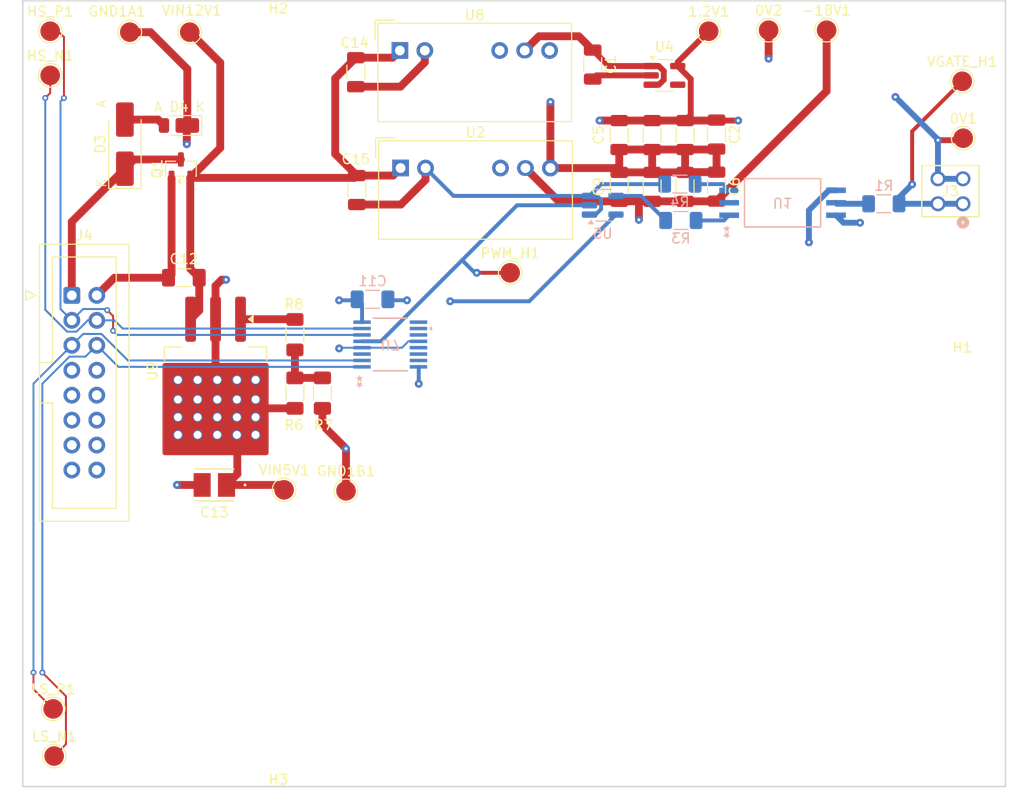
<source format=kicad_pcb>
(kicad_pcb (version 20241229) (generator "pcbnew") (generator_version "9.0")
  (layers (0 "F.Cu" signal) (4 "In1.Cu" signal) (6 "In2.Cu" signal) (2 "B.Cu" signal) (13 "F.Paste" user) (15 "B.Paste" user) (5 "F.SilkS" user "F.Silkscreen") (7 "B.SilkS" user "B.Silkscreen") (1 "F.Mask" user) (3 "B.Mask" user) (25 "Edge.Cuts" user))
  (net 0 "")
  (net 1 "/Gate_Driver/0V")
  (net 2 "Net-(U4-EN)")
  (net 3 "/Gate_Driver/1.2V")
  (net 4 "/Gate_Driver/-18V")
  (net 5 "GND1")
  (net 6 "/Gate_Driver/VIN5V")
  (net 7 "/Gate_Driver/VIN12V")
  (net 8 "Net-(D3-A)")
  (net 9 "+12V")
  (net 10 "/Gate_Driver/VGATE_H")
  (net 14 "/Gate_Driver/HS_N")
  (net 15 "/Gate_Driver/LS_N")
  (net 17 "/Gate_Driver/LS_P")
  (net 19 "/Gate_Driver/HS_P")
  (net 22 "Net-(U1-VOUT)")
  (net 23 "Net-(U5-Y)")
  (net 24 "Net-(U1-ANODE)")
  (net 25 "Net-(U1-CATHODE)")
  (net 26 "Net-(R6-Pad2)")
  (net 27 "Net-(U9-ADJ)")
  (net 28 "/Gate_Driver/PWM_H")
  (net 36 "/Gate_Driver/PWM_L")
  (footprint "Gate_Driver:CON4_2X2_TU_SSQ" (layer "F.Cu") (at 160.4 81.3)
    (property "Reference" "J3" (at 0 0 0) (layer "F.SilkS"))
    (property "Value" "SSW-102-01-G-D")
    (pad "1" thru_hole circle (at 1.27 1.27 90) (size 1.524 1.524) (drill 1.016) (layers "*.Cu" "*.Mask") (net 10 "/Gate_Driver/VGATE_H"))
    (pad "2" thru_hole circle (at 1.27 -1.27 90) (size 1.524 1.524) (drill 1.016) (layers "*.Cu" "*.Mask") (net 1 "/Gate_Driver/0V"))
    (pad "3" thru_hole circle (at -1.27 1.27 90) (size 1.524 1.524) (drill 1.016) (layers "*.Cu" "*.Mask") (net 10 "/Gate_Driver/VGATE_H"))
    (pad "4" thru_hole circle (at -1.27 -1.27 90) (size 1.524 1.524) (drill 1.016) (layers "*.Cu" "*.Mask") (net 1 "/Gate_Driver/0V"))
  )
  (footprint "TestPoint:TestPoint_Pad_D2.0mm" (layer "F.Cu") (at 141.9 64.9)
    (property "Reference" "0V2" (at 0 -1.998 0) (layer "F.SilkS"))
    (property "Value" "TestPoint")
    (pad "1" smd circle (at 0 0) (size 2 2) (layers "F.Cu" "F.Mask") (net 1 "/Gate_Driver/0V"))
  )
  (footprint "TestPoint:TestPoint_Pad_D2.0mm" (layer "F.Cu") (at 68.8 69.5)
    (property "Reference" "HS_N1" (at 0 -1.998 0) (layer "F.SilkS"))
    (property "Value" "HS_N")
    (pad "1" smd circle (at 0 0) (size 2 2) (layers "F.Cu" "F.Mask") (net 14 "/Gate_Driver/HS_N"))
  )
  (footprint "Capacitor_SMD:C_1206_3216Metric" (layer "F.Cu") (at 130.05 80.85 -90)
    (property "Reference" "C8" (hide yes))
    (property "Value" "1u")
    (pad "1" smd roundrect (at -1.475 0 270) (size 1.15 1.8) (layers "F.Cu" "F.Mask" "F.Paste") (roundrect_rratio 0.217391) (net 1 "/Gate_Driver/0V"))
    (pad "2" smd roundrect (at 1.475 0 270) (size 1.15 1.8) (layers "F.Cu" "F.Mask" "F.Paste") (roundrect_rratio 0.217391) (net 4 "/Gate_Driver/-18V"))
  )
  (footprint "TestPoint:TestPoint_Pad_D2.0mm" (layer "F.Cu") (at 135.8 65)
    (property "Reference" "1.2V1" (at 0 -1.998 0) (layer "F.SilkS"))
    (property "Value" "TestPoint")
    (pad "1" smd circle (at 0 0) (size 2 2) (layers "F.Cu" "F.Mask") (net 3 "/Gate_Driver/1.2V"))
  )
  (footprint "Package_TO_SOT_SMD:TO-263-3_TabPin2" (layer "F.Cu") (at 85.625 101.975 -90)
    (property "Reference" "U9" (at -2.375 6.425 90) (layer "F.SilkS"))
    (property "Value" "LT1086-ADJ")
    (pad "1" smd roundrect (at -7.65 -2.54 270) (size 4.6 1.1) (layers "F.Cu" "F.Mask" "F.Paste") (roundrect_rratio 0.227273) (net 27 "Net-(U9-ADJ)"))
    (pad "2" smd roundrect (at -7.65 0 270) (size 4.6 1.1) (layers "F.Cu" "F.Mask" "F.Paste") (roundrect_rratio 0.227273) (net 6 "/Gate_Driver/VIN5V"))
    (pad "2" smd roundrect (at 1.5 0 270) (size 9.4 10.8) (layers "F.Cu" "F.Mask") (roundrect_rratio 0.026596) (net 6 "/Gate_Driver/VIN5V"))
    (pad "3" smd roundrect (at -7.65 2.54 270) (size 4.6 1.1) (layers "F.Cu" "F.Mask" "F.Paste") (roundrect_rratio 0.227273) (net 7 "/Gate_Driver/VIN12V"))
  )
  (footprint "Converter_DCDC:Converter_DCDC_Murata_MGJ2DxxxxxxSC_THT" (layer "F.Cu") (at 104.3775 66.9675)
    (property "Reference" "U8" (at 7.62 -3.61 0) (layer "F.SilkS"))
    (property "Value" "MGJ2D121802SC")
    (pad "1" thru_hole rect (at 0 0) (size 1.7 1.7) (drill 1) (layers "*.Cu" "*.Mask") (net 7 "/Gate_Driver/VIN12V"))
    (pad "2" thru_hole oval (at 2.54 0) (size 1.7 1.7) (drill 1) (layers "*.Cu" "*.Mask") (net 5 "GND1"))
    (pad "5" thru_hole oval (at 10.16 0) (size 1.7 1.7) (drill 1) (layers "*.Cu" "*.Mask") (net 1 "/Gate_Driver/0V"))
    (pad "6" thru_hole oval (at 12.7 0) (size 1.7 1.6) (drill 1) (layers "*.Cu" "*.Mask") (net 2 "Net-(U4-EN)"))
    (pad "7" thru_hole oval (at 15.24 0) (size 1.7 1.7) (drill 1) (layers "*.Cu" "*.Mask"))
  )
  (footprint "Capacitor_SMD:C_1206_3216Metric_Pad1.33x1.80mm_HandSolder" (layer "F.Cu") (at 82.4 90.1 180)
    (property "Reference" "C12" (at 0 1.9 0) (layer "F.SilkS"))
    (property "Value" "10u")
    (pad "1" smd roundrect (at -1.5625 0 180) (size 1.325 1.8) (layers "F.Cu" "F.Mask" "F.Paste") (roundrect_rratio 0.188679) (net 7 "/Gate_Driver/VIN12V"))
    (pad "2" smd roundrect (at 1.5625 0 180) (size 1.325 1.8) (layers "F.Cu" "F.Mask" "F.Paste") (roundrect_rratio 0.188679) (net 5 "GND1"))
  )
  (footprint "TestPoint:TestPoint_Pad_D2.0mm" (layer "F.Cu") (at 68.8 65)
    (property "Reference" "HS_P1" (at 0 -1.998 0) (layer "F.SilkS"))
    (property "Value" "HS_P")
    (pad "1" smd circle (at 0 0) (size 2 2) (layers "F.Cu" "F.Mask") (net 19 "/Gate_Driver/HS_P"))
  )
  (footprint "TestPoint:TestPoint_Pad_D2.0mm" (layer "F.Cu") (at 161.7 75.9)
    (property "Reference" "0V1" (at 0 -1.998 0) (layer "F.SilkS"))
    (property "Value" "TestPoint")
    (pad "1" smd circle (at 0 0) (size 2 2) (layers "F.Cu" "F.Mask") (net 1 "/Gate_Driver/0V"))
  )
  (footprint "TestPoint:TestPoint_Pad_D2.0mm" (layer "F.Cu") (at 92.6 111.7)
    (property "Reference" "VIN5V1" (at 0 -1.998 0) (layer "F.SilkS"))
    (property "Value" "TestPoint")
    (pad "1" smd circle (at 0 0) (size 2 2) (layers "F.Cu" "F.Mask") (net 6 "/Gate_Driver/VIN5V"))
  )
  (footprint "Capacitor_SMD:C_1206_3216Metric" (layer "F.Cu") (at 133.4 80.85 -90)
    (property "Reference" "C7" (hide yes))
    (property "Value" "1u")
    (pad "1" smd roundrect (at -1.475 0 270) (size 1.15 1.8) (layers "F.Cu" "F.Mask" "F.Paste") (roundrect_rratio 0.217391) (net 1 "/Gate_Driver/0V"))
    (pad "2" smd roundrect (at 1.475 0 270) (size 1.15 1.8) (layers "F.Cu" "F.Mask" "F.Paste") (roundrect_rratio 0.217391) (net 4 "/Gate_Driver/-18V"))
  )
  (footprint "Resistor_SMD:R_1206_3216Metric_Pad1.30x1.75mm_HandSolder" (layer "F.Cu") (at 93.7 95.9 -90)
    (property "Reference" "R8" (at -3.1 0.1 180) (layer "F.SilkS"))
    (property "Value" "0")
    (pad "1" smd roundrect (at -1.55 0 270) (size 1.3 1.75) (layers "F.Cu" "F.Mask" "F.Paste") (roundrect_rratio 0.192308) (net 27 "Net-(U9-ADJ)"))
    (pad "2" smd roundrect (at 1.55 0 270) (size 1.3 1.75) (layers "F.Cu" "F.Mask" "F.Paste") (roundrect_rratio 0.192308) (net 26 "Net-(R6-Pad2)"))
  )
  (footprint "Capacitor_SMD:C_1206_3216Metric" (layer "F.Cu") (at 126.7 80.85 -90)
    (property "Reference" "C9" (at 0 2.1 90) (layer "F.SilkS"))
    (property "Value" "1u")
    (pad "1" smd roundrect (at -1.475 0 270) (size 1.15 1.8) (layers "F.Cu" "F.Mask" "F.Paste") (roundrect_rratio 0.217391) (net 1 "/Gate_Driver/0V"))
    (pad "2" smd roundrect (at 1.475 0 270) (size 1.15 1.8) (layers "F.Cu" "F.Mask" "F.Paste") (roundrect_rratio 0.217391) (net 4 "/Gate_Driver/-18V"))
  )
  (footprint "Capacitor_SMD:C_1206_3216Metric" (layer "F.Cu") (at 126.7 75.575 -90)
    (property "Reference" "C5" (at 0 2.1 90) (layer "F.SilkS"))
    (property "Value" "1u")
    (pad "1" smd roundrect (at -1.475 0 270) (size 1.15 1.8) (layers "F.Cu" "F.Mask" "F.Paste") (roundrect_rratio 0.217391) (net 3 "/Gate_Driver/1.2V"))
    (pad "2" smd roundrect (at 1.475 0 270) (size 1.15 1.8) (layers "F.Cu" "F.Mask" "F.Paste") (roundrect_rratio 0.217391) (net 1 "/Gate_Driver/0V"))
  )
  (footprint "Capacitor_SMD:C_1206_3216Metric" (layer "F.Cu") (at 136.6 80.825 -90)
    (property "Reference" "C6" (at 0 -1.85 90) (layer "F.SilkS"))
    (property "Value" "1u")
    (pad "1" smd roundrect (at -1.475 0 270) (size 1.15 1.8) (layers "F.Cu" "F.Mask" "F.Paste") (roundrect_rratio 0.217391) (net 1 "/Gate_Driver/0V"))
    (pad "2" smd roundrect (at 1.475 0 270) (size 1.15 1.8) (layers "F.Cu" "F.Mask" "F.Paste") (roundrect_rratio 0.217391) (net 4 "/Gate_Driver/-18V"))
  )
  (footprint "MountingHole:MountingHole_4.3mm_M4_DIN965" (layer "F.Cu") (at 92 136.5)
    (property "Reference" "H3" (at 0 4.7 0) (layer "F.SilkS"))
    (property "Value" "MountingHole")
    (pad "" np_thru_hole circle (at 0 0) (size 4.3 4.3) (drill 4.3) (layers "*.Cu" "*.Mask"))
  )
  (footprint "TestPoint:TestPoint_Pad_D2.0mm" (layer "F.Cu") (at 115.6 89.6)
    (property "Reference" "PWM_H1" (at 0 -1.998 0) (layer "F.SilkS"))
    (property "Value" "TestPoint")
    (pad "1" smd circle (at 0 0) (size 2 2) (layers "F.Cu" "F.Mask") (net 28 "/Gate_Driver/PWM_H"))
  )
  (footprint "Converter_DCDC:Converter_DCDC_Murata_MGJ2DxxxxxxSC_THT" (layer "F.Cu") (at 104.455 78.935)
    (property "Reference" "U2" (at 7.62 -3.61 0) (layer "F.SilkS"))
    (property "Value" "MGJ2D121802SC")
    (pad "1" thru_hole rect (at 0 0) (size 1.7 1.7) (drill 1) (layers "*.Cu" "*.Mask") (net 7 "/Gate_Driver/VIN12V"))
    (pad "2" thru_hole oval (at 2.54 0) (size 1.7 1.7) (drill 1) (layers "*.Cu" "*.Mask") (net 5 "GND1"))
    (pad "5" thru_hole oval (at 10.16 0) (size 1.7 1.7) (drill 1) (layers "*.Cu" "*.Mask"))
    (pad "6" thru_hole oval (at 12.7 0) (size 1.7 1.6) (drill 1) (layers "*.Cu" "*.Mask") (net 4 "/Gate_Driver/-18V"))
    (pad "7" thru_hole oval (at 15.24 0) (size 1.7 1.7) (drill 1) (layers "*.Cu" "*.Mask") (net 1 "/Gate_Driver/0V"))
  )
  (footprint "TestPoint:TestPoint_Pad_D2.0mm" (layer "F.Cu") (at 76.9 65.1)
    (property "Reference" "GND1A1" (at -1.3 -2.1 0) (layer "F.SilkS"))
    (property "Value" "TestPoint")
    (pad "1" smd circle (at 0 0) (size 2 2) (layers "F.Cu" "F.Mask") (net 5 "GND1"))
  )
  (footprint "Capacitor_SMD:C_1206_3216Metric" (layer "F.Cu") (at 133.4 75.575 -90)
    (property "Reference" "C3" (hide yes))
    (property "Value" "1u")
    (pad "1" smd roundrect (at -1.475 0 270) (size 1.15 1.8) (layers "F.Cu" "F.Mask" "F.Paste") (roundrect_rratio 0.217391) (net 3 "/Gate_Driver/1.2V"))
    (pad "2" smd roundrect (at 1.475 0 270) (size 1.15 1.8) (layers "F.Cu" "F.Mask" "F.Paste") (roundrect_rratio 0.217391) (net 1 "/Gate_Driver/0V"))
  )
  (footprint "Capacitor_SMD:C_1206_3216Metric" (layer "F.Cu") (at 130.05 75.575 -90)
    (property "Reference" "C4" (hide yes))
    (property "Value" "1u")
    (pad "1" smd roundrect (at -1.475 0 270) (size 1.15 1.8) (layers "F.Cu" "F.Mask" "F.Paste") (roundrect_rratio 0.217391) (net 3 "/Gate_Driver/1.2V"))
    (pad "2" smd roundrect (at 1.475 0 270) (size 1.15 1.8) (layers "F.Cu" "F.Mask" "F.Paste") (roundrect_rratio 0.217391) (net 1 "/Gate_Driver/0V"))
  )
  (footprint "TestPoint:TestPoint_Pad_D2.0mm" (layer "F.Cu") (at 69.1 134)
    (property "Reference" "LS_P1" (at 0 -1.998 0) (layer "F.SilkS"))
    (property "Value" "LS_P")
    (pad "1" smd circle (at 0 0) (size 2 2) (layers "F.Cu" "F.Mask") (net 17 "/Gate_Driver/LS_P"))
  )
  (footprint "Package_TO_SOT_SMD:SOT-23" (layer "F.Cu") (at 82.1 79 90)
    (property "Reference" "Q1" (at 0 -2.4 90) (layer "F.SilkS"))
    (property "Value" "DMP3099L")
    (pad "1" smd roundrect (at -0.9375 -0.95 90) (size 1.475 0.6) (layers "F.Cu" "F.Mask" "F.Paste") (net 5 "GND1"))
    (pad "2" smd roundrect (at -0.9375 0.95 90) (size 1.475 0.6) (layers "F.Cu" "F.Mask" "F.Paste") (net 7 "/Gate_Driver/VIN12V"))
    (pad "3" smd roundrect (at 0.9375 0 90) (size 1.475 0.6) (layers "F.Cu" "F.Mask" "F.Paste") (net 9 "+12V"))
  )
  (footprint "Package_TO_SOT_SMD:SOT-23-5_HandSoldering" (layer "F.Cu") (at 131.3 69.5)
    (property "Reference" "U4" (at 0 -2.9 0) (layer "F.SilkS"))
    (property "Value" "LDK130-12_SOT23_SOT353")
    (pad "1" smd roundrect (at -1.35 -0.95) (size 1.56 0.65) (layers "F.Cu" "F.Mask" "F.Paste") (net 2 "Net-(U4-EN)"))
    (pad "2" smd roundrect (at -1.35 0) (size 1.56 0.65) (layers "F.Cu" "F.Mask" "F.Paste") (net 1 "/Gate_Driver/0V"))
    (pad "3" smd roundrect (at -1.35 0.95) (size 1.56 0.65) (layers "F.Cu" "F.Mask" "F.Paste") (net 2 "Net-(U4-EN)"))
    (pad "4" smd roundrect (at 1.35 0.95) (size 1.56 0.65) (layers "F.Cu" "F.Mask" "F.Paste"))
    (pad "5" smd roundrect (at 1.35 -0.95) (size 1.56 0.65) (layers "F.Cu" "F.Mask" "F.Paste") (net 3 "/Gate_Driver/1.2V"))
  )
  (footprint "TestPoint:TestPoint_Pad_D2.0mm" (layer "F.Cu") (at 147.8 64.9)
    (property "Reference" "-18V1" (at 0 -1.998 0) (layer "F.SilkS"))
    (property "Value" "TestPoint")
    (pad "1" smd circle (at 0 0) (size 2 2) (layers "F.Cu" "F.Mask") (net 4 "/Gate_Driver/-18V"))
  )
  (footprint "Diode_SMD:D_PowerDI-123" (layer "F.Cu") (at 81.9 74.6 180)
    (property "Reference" "D4" (at 0 1.9 0) (layer "F.SilkS"))
    (property "Value" "D_Schottky")
    (pad "1" smd roundrect (at -0.85 0) (size 2.4 1.5) (layers "F.Cu" "F.Mask" "F.Paste") (roundrect_rratio 0.1666666667) (net 5 "GND1"))
    (pad "2" smd roundrect (at 1.525 0) (size 1.05 1.5) (layers "F.Cu" "F.Mask" "F.Paste") (roundrect_rratio 0.2380952381) (net 8 "Net-(D3-A)"))
  )
  (footprint "Resistor_SMD:R_1206_3216Metric_Pad1.30x1.75mm_HandSolder" (layer "F.Cu") (at 96.5 101.85 -90)
    (property "Reference" "R7" (at 3.25 -0.1 180) (layer "F.SilkS"))
    (property "Value" "365")
    (pad "1" smd roundrect (at -1.55 0 270) (size 1.3 1.75) (layers "F.Cu" "F.Mask" "F.Paste") (roundrect_rratio 0.192308) (net 26 "Net-(R6-Pad2)"))
    (pad "2" smd roundrect (at 1.55 0 270) (size 1.3 1.75) (layers "F.Cu" "F.Mask" "F.Paste") (roundrect_rratio 0.192308) (net 5 "GND1"))
  )
  (footprint "TestPoint:TestPoint_Pad_D2.0mm" (layer "F.Cu") (at 83 65.1)
    (property "Reference" "VIN12V1" (at 0.2 -2.2 0) (layer "F.SilkS"))
    (property "Value" "TestPoint")
    (pad "1" smd circle (at 0 0) (size 2 2) (layers "F.Cu" "F.Mask") (net 7 "/Gate_Driver/VIN12V"))
  )
  (footprint "Resistor_SMD:R_1206_3216Metric_Pad1.30x1.75mm_HandSolder" (layer "F.Cu") (at 93.7 101.85 90)
    (property "Reference" "R6" (at -3.25 -0.1 180) (layer "F.SilkS"))
    (property "Value" "121")
    (pad "1" smd roundrect (at -1.55 0 90) (size 1.3 1.75) (layers "F.Cu" "F.Mask" "F.Paste") (roundrect_rratio 0.192308) (net 6 "/Gate_Driver/VIN5V"))
    (pad "2" smd roundrect (at 1.55 0 90) (size 1.3 1.75) (layers "F.Cu" "F.Mask" "F.Paste") (roundrect_rratio 0.192308) (net 26 "Net-(R6-Pad2)"))
  )
  (footprint "Capacitor_SMD:C_1206_3216Metric" (layer "F.Cu") (at 124 68.4 -90)
    (property "Reference" "C1" (at 0 -1.85 90) (layer "F.SilkS"))
    (property "Value" "1u")
    (pad "1" smd roundrect (at -1.475 0 270) (size 1.15 1.8) (layers "F.Cu" "F.Mask" "F.Paste") (roundrect_rratio 0.217391) (net 2 "Net-(U4-EN)"))
    (pad "2" smd roundrect (at 1.475 0 270) (size 1.15 1.8) (layers "F.Cu" "F.Mask" "F.Paste") (roundrect_rratio 0.217391) (net 1 "/Gate_Driver/0V"))
  )
  (footprint "Capacitor_SMD:C_1206_3216Metric" (layer "F.Cu") (at 100 81.175 -90)
    (property "Reference" "C15" (at -3.15 0.1 180) (layer "F.SilkS"))
    (property "Value" "10u")
    (pad "1" smd roundrect (at -1.475 0 270) (size 1.15 1.8) (layers "F.Cu" "F.Mask" "F.Paste") (roundrect_rratio 0.217391) (net 7 "/Gate_Driver/VIN12V"))
    (pad "2" smd roundrect (at 1.475 0 270) (size 1.15 1.8) (layers "F.Cu" "F.Mask" "F.Paste") (roundrect_rratio 0.217391) (net 5 "GND1"))
  )
  (footprint "MountingHole:MountingHole_4.3mm_M4_DIN965" (layer "F.Cu") (at 92 67.4)
    (property "Reference" "H2" (at 0 -4.7 0) (layer "F.SilkS"))
    (property "Value" "MountingHole")
    (pad "" np_thru_hole circle (at 0 0) (size 4.3 4.3) (drill 4.3) (layers "*.Cu" "*.Mask"))
  )
  (footprint "TestPoint:TestPoint_Pad_D2.0mm" (layer "F.Cu") (at 98.9 111.8)
    (property "Reference" "GND1B1" (at 0 -1.998 0) (layer "F.SilkS"))
    (property "Value" "TestPoint")
    (pad "1" smd circle (at 0 0) (size 2 2) (layers "F.Cu" "F.Mask") (net 5 "GND1"))
  )
  (footprint "Capacitor_SMD:C_1206_3216Metric" (layer "F.Cu") (at 99.9 69.175 -90)
    (property "Reference" "C14" (at -3 0.1 180) (layer "F.SilkS"))
    (property "Value" "10u")
    (pad "1" smd roundrect (at -1.475 0 270) (size 1.15 1.8) (layers "F.Cu" "F.Mask" "F.Paste") (roundrect_rratio 0.217391) (net 7 "/Gate_Driver/VIN12V"))
    (pad "2" smd roundrect (at 1.475 0 270) (size 1.15 1.8) (layers "F.Cu" "F.Mask" "F.Paste") (roundrect_rratio 0.217391) (net 5 "GND1"))
  )
  (footprint "Diode_SMD:D_SMA_Handsoldering" (layer "F.Cu") (at 76.4 76.5 90)
    (property "Reference" "D3" (at 0 -2.5 90) (layer "F.SilkS"))
    (property "Value" "Z1SMAxxx")
    (pad "1" smd roundrect (at -2.5 0 90) (size 3.5 1.8) (layers "F.Cu" "F.Mask" "F.Paste") (roundrect_rratio 0.1388888889) (net 9 "+12V"))
    (pad "2" smd roundrect (at 2.5 0 90) (size 3.5 1.8) (layers "F.Cu" "F.Mask" "F.Paste") (roundrect_rratio 0.1388888889) (net 8 "Net-(D3-A)"))
  )
  (footprint "TestPoint:TestPoint_Pad_D2.0mm" (layer "F.Cu") (at 161.6 70.1)
    (property "Reference" "VGATE_H1" (at 0 -1.998 0) (layer "F.SilkS"))
    (property "Value" "TestPoint")
    (pad "1" smd circle (at 0 0) (size 2 2) (layers "F.Cu" "F.Mask") (net 10 "/Gate_Driver/VGATE_H"))
  )
  (footprint "Connector_IDC:IDC-Header_2x08_P2.54mm_Vertical" (layer "F.Cu") (at 71 91.9)
    (property "Reference" "J4" (at 1.27 -6.1 0) (layer "F.SilkS"))
    (property "Value" "Conn_02x08_Odd_Even")
    (pad "1" thru_hole roundrect (at 0 0) (size 1.7 1.7) (drill 1) (layers "*.Cu" "*.Mask") (roundrect_rratio 0.147059) (net 9 "+12V"))
    (pad "2" thru_hole circle (at 2.54 0) (size 1.7 1.7) (drill 1) (layers "*.Cu" "*.Mask") (net 5 "GND1"))
    (pad "3" thru_hole circle (at 0 2.54) (size 1.7 1.7) (drill 1) (layers "*.Cu" "*.Mask") (net 19 "/Gate_Driver/HS_P"))
    (pad "4" thru_hole circle (at 2.54 2.54) (size 1.7 1.7) (drill 1) (layers "*.Cu" "*.Mask") (net 14 "/Gate_Driver/HS_N"))
    (pad "5" thru_hole circle (at 0 5.08) (size 1.7 1.7) (drill 1) (layers "*.Cu" "*.Mask") (net 17 "/Gate_Driver/LS_P"))
    (pad "6" thru_hole circle (at 2.54 5.08) (size 1.7 1.7) (drill 1) (layers "*.Cu" "*.Mask") (net 15 "/Gate_Driver/LS_N"))
    (pad "7" thru_hole circle (at 0 7.62) (size 1.7 1.7) (drill 1) (layers "*.Cu" "*.Mask"))
    (pad "8" thru_hole circle (at 2.54 7.62) (size 1.7 1.7) (drill 1) (layers "*.Cu" "*.Mask"))
    (pad "9" thru_hole circle (at 0 10.16) (size 1.7 1.7) (drill 1) (layers "*.Cu" "*.Mask"))
    (pad "10" thru_hole circle (at 2.54 10.16) (size 1.7 1.7) (drill 1) (layers "*.Cu" "*.Mask"))
    (pad "11" thru_hole circle (at 0 12.7) (size 1.7 1.7) (drill 1) (layers "*.Cu" "*.Mask"))
    (pad "12" thru_hole circle (at 2.54 12.7) (size 1.7 1.7) (drill 1) (layers "*.Cu" "*.Mask") (net 5 "GND1"))
    (pad "13" thru_hole circle (at 0 15.24) (size 1.7 1.7) (drill 1) (layers "*.Cu" "*.Mask"))
    (pad "14" thru_hole circle (at 2.54 15.24) (size 1.7 1.7) (drill 1) (layers "*.Cu" "*.Mask") (net 5 "GND1"))
    (pad "15" thru_hole circle (at 0 17.78) (size 1.7 1.7) (drill 1) (layers "*.Cu" "*.Mask"))
    (pad "16" thru_hole circle (at 2.54 17.78) (size 1.7 1.7) (drill 1) (layers "*.Cu" "*.Mask") (net 5 "GND1"))
  )
  (footprint "Gate_Driver:TAJB_AVX-M" (layer "F.Cu") (at 85.5 111.2 180)
    (property "Reference" "C13" (at 0 -2.8 0) (layer "F.SilkS"))
    (property "Value" "10u")
    (pad "1" smd rect (at -1.239063 0 270) (size 2.413 1.738275) (layers "F.Cu" "F.Mask" "F.Paste") (net 6 "/Gate_Driver/VIN5V"))
    (pad "2" smd rect (at 1.239063 0 270) (size 2.413 1.738275) (layers "F.Cu" "F.Mask" "F.Paste") (net 5 "GND1"))
  )
  (footprint "TestPoint:TestPoint_Pad_D2.0mm" (layer "F.Cu") (at 69.2 138.8)
    (property "Reference" "LS_N1" (at 0 -1.998 0) (layer "F.SilkS"))
    (property "Value" "LS_N")
    (pad "1" smd circle (at 0 0) (size 2 2) (layers "F.Cu" "F.Mask") (net 15 "/Gate_Driver/LS_N"))
  )
  (footprint "MountingHole:MountingHole_4.3mm_M4_DIN965" (layer "F.Cu") (at 161.6 101.9)
    (property "Reference" "H1" (at 0 -4.7 0) (layer "F.SilkS"))
    (property "Value" "MountingHole")
    (pad "" np_thru_hole circle (at 0 0) (size 4.3 4.3) (drill 4.3) (layers "*.Cu" "*.Mask"))
  )
  (footprint "Capacitor_SMD:C_1206_3216Metric" (layer "F.Cu") (at 136.6 75.525 -90)
    (property "Reference" "C2" (at 0 -1.85 90) (layer "F.SilkS"))
    (property "Value" "1u")
    (pad "1" smd roundrect (at -1.475 0 270) (size 1.15 1.8) (layers "F.Cu" "F.Mask" "F.Paste") (roundrect_rratio 0.217391) (net 3 "/Gate_Driver/1.2V"))
    (pad "2" smd roundrect (at 1.475 0 270) (size 1.15 1.8) (layers "F.Cu" "F.Mask" "F.Paste") (roundrect_rratio 0.217391) (net 1 "/Gate_Driver/0V"))
  )
  (footprint "Resistor_SMD:R_1206_3216Metric_Pad1.30x1.75mm_HandSolder" (layer "B.Cu") (at 132.87 80.57)
    (property "Reference" "R4" (at 0 1.83 0) (layer "B.SilkS") (effects (justify mirror)))
    (property "Value" "145")
    (pad "1" smd roundrect (at -1.55 0) (size 1.3 1.75) (layers "B.Cu" "B.Mask" "B.Paste") (roundrect_rratio 0.192308) (net 5 "GND1"))
    (pad "2" smd roundrect (at 1.55 0) (size 1.3 1.75) (layers "B.Cu" "B.Mask" "B.Paste") (roundrect_rratio 0.192308) (net 25 "Net-(U1-CATHODE)"))
  )
  (footprint "Package_TO_SOT_SMD:SOT-23-5_HandSoldering" (layer "B.Cu") (at 125.02 82.72)
    (property "Reference" "U5" (at 0 2.9 0) (layer "B.SilkS") (effects (justify mirror)))
    (property "Value" "NC7SZ125M5X")
    (pad "1" smd roundrect (at -1.35 0.95) (size 1.56 0.65) (layers "B.Cu" "B.Mask" "B.Paste") (net 5 "GND1"))
    (pad "2" smd roundrect (at -1.35 0) (size 1.56 0.65) (layers "B.Cu" "B.Mask" "B.Paste") (net 28 "/Gate_Driver/PWM_H"))
    (pad "3" smd roundrect (at -1.35 -0.95) (size 1.56 0.65) (layers "B.Cu" "B.Mask" "B.Paste") (net 5 "GND1"))
    (pad "4" smd roundrect (at 1.35 -0.95) (size 1.56 0.65) (layers "B.Cu" "B.Mask" "B.Paste") (net 23 "Net-(U5-Y)"))
    (pad "5" smd roundrect (at 1.35 0.95) (size 1.56 0.65) (layers "B.Cu" "B.Mask" "B.Paste") (net 6 "/Gate_Driver/VIN5V"))
  )
  (footprint "Resistor_SMD:R_1206_3216Metric_Pad1.30x1.75mm_HandSolder" (layer "B.Cu") (at 132.97 84.27)
    (property "Reference" "R3" (at 0 1.83 0) (layer "B.SilkS") (effects (justify mirror)))
    (property "Value" "145")
    (pad "1" smd roundrect (at -1.55 0) (size 1.3 1.75) (layers "B.Cu" "B.Mask" "B.Paste") (roundrect_rratio 0.192308) (net 23 "Net-(U5-Y)"))
    (pad "2" smd roundrect (at 1.55 0) (size 1.3 1.75) (layers "B.Cu" "B.Mask" "B.Paste") (roundrect_rratio 0.192308) (net 24 "Net-(U1-ANODE)"))
  )
  (footprint "Resistor_SMD:R_1206_3216Metric_Pad1.30x1.75mm_HandSolder" (layer "B.Cu") (at 153.62 82.57 180)
    (property "Reference" "R1" (at 0 1.83 0) (layer "B.SilkS") (effects (justify mirror)))
    (property "Value" "Ron 2 ohm")
    (pad "1" smd roundrect (at -1.55 0 180) (size 1.3 1.75) (layers "B.Cu" "B.Mask" "B.Paste") (roundrect_rratio 0.192308) (net 10 "/Gate_Driver/VGATE_H"))
    (pad "2" smd roundrect (at 1.55 0 180) (size 1.3 1.75) (layers "B.Cu" "B.Mask" "B.Paste") (roundrect_rratio 0.192308) (net 22 "Net-(U1-VOUT)"))
  )
  (footprint "Gate_Driver:SOIC06_SO-6_7P5X4P68_TEX-M" (layer "B.Cu") (at 143.32 82.47)
    (property "Reference" "U1" (at 0 0 180) (layer "B.SilkS") (effects (justify mirror)))
    (property "Value" "UCC23513QDWYRQ1")
    (fp_text user "*" (at -5.6896 2.9718 180) (layer "B.SilkS") (effects (justify mirror)))
    (fp_text user "*" (at -5.6896 2.9718 0) (layer "B.SilkS") (effects (justify mirror)))
    (pad "1" smd rect (at -5.4356 1.27) (size 2.0066 0.5588) (layers "B.Cu" "B.Mask" "B.Paste") (net 24 "Net-(U1-ANODE)"))
    (pad "2" smd rect (at -5.4356 0) (size 2.0066 0.5588) (layers "B.Cu" "B.Mask" "B.Paste"))
    (pad "3" smd rect (at -5.4356 -1.27) (size 2.0066 0.5588) (layers "B.Cu" "B.Mask" "B.Paste") (net 25 "Net-(U1-CATHODE)"))
    (pad "4" smd rect (at 5.4356 -1.27) (size 2.0066 0.5588) (layers "B.Cu" "B.Mask" "B.Paste") (net 4 "/Gate_Driver/-18V"))
    (pad "5" smd rect (at 5.4356 0) (size 2.0066 0.5588) (layers "B.Cu" "B.Mask" "B.Paste") (net 22 "Net-(U1-VOUT)"))
    (pad "6" smd rect (at 5.4356 1.27) (size 2.0066 0.5588) (layers "B.Cu" "B.Mask" "B.Paste") (net 3 "/Gate_Driver/1.2V"))
  )
  (footprint "Capacitor_SMD:C_1206_3216Metric_Pad1.33x1.80mm_HandSolder" (layer "B.Cu") (at 101.6 92.3 180)
    (property "Reference" "C11" (at 0 1.85 0) (layer "B.SilkS") (effects (justify mirror)))
    (property "Value" "0.1u")
    (pad "1" smd roundrect (at -1.5625 0 180) (size 1.325 1.8) (layers "B.Cu" "B.Mask" "B.Paste") (roundrect_rratio 0.188679) (net 6 "/Gate_Driver/VIN5V"))
    (pad "2" smd roundrect (at 1.5625 0 180) (size 1.325 1.8) (layers "B.Cu" "B.Mask" "B.Paste") (roundrect_rratio 0.188679) (net 5 "GND1"))
  )
  (footprint "Gate_Driver:RU_16_ADI-M" (layer "B.Cu") (at 103.4 96.9)
    (property "Reference" "U7" (at 0 0 180) (layer "B.SilkS") (effects (justify mirror)))
    (property "Value" "ADM4168EBRUZ")
    (fp_text user "*" (at -3.1242 3.773601 180) (layer "B.SilkS") (effects (justify mirror)))
    (fp_text user "*" (at -3.1242 3.773601 0) (layer "B.SilkS") (effects (justify mirror)))
    (pad "1" smd rect (at -2.8702 2.274999) (size 1.778 0.3556) (layers "B.Cu" "B.Mask" "B.Paste") (net 15 "/Gate_Driver/LS_N"))
    (pad "2" smd rect (at -2.8702 1.625001) (size 1.778 0.3556) (layers "B.Cu" "B.Mask" "B.Paste") (net 17 "/Gate_Driver/LS_P"))
    (pad "3" smd rect (at -2.8702 0.974999) (size 1.778 0.3556) (layers "B.Cu" "B.Mask" "B.Paste") (net 36 "/Gate_Driver/PWM_L"))
    (pad "4" smd rect (at -2.8702 0.325001) (size 1.778 0.3556) (layers "B.Cu" "B.Mask" "B.Paste") (net 5 "GND1"))
    (pad "5" smd rect (at -2.8702 -0.324998) (size 1.778 0.3556) (layers "B.Cu" "B.Mask" "B.Paste") (net 28 "/Gate_Driver/PWM_H"))
    (pad "6" smd rect (at -2.8702 -0.974999) (size 1.778 0.3556) (layers "B.Cu" "B.Mask" "B.Paste") (net 19 "/Gate_Driver/HS_P"))
    (pad "7" smd rect (at -2.8702 -1.624998) (size 1.778 0.3556) (layers "B.Cu" "B.Mask" "B.Paste") (net 14 "/Gate_Driver/HS_N"))
    (pad "8" smd rect (at -2.8702 -2.274999) (size 1.778 0.3556) (layers "B.Cu" "B.Mask" "B.Paste") (net 5 "GND1"))
    (pad "9" smd rect (at 2.8702 -2.274999) (size 1.778 0.3556) (layers "B.Cu" "B.Mask" "B.Paste"))
    (pad "10" smd rect (at 2.8702 -1.625001) (size 1.778 0.3556) (layers "B.Cu" "B.Mask" "B.Paste"))
    (pad "11" smd rect (at 2.8702 -0.974999) (size 1.778 0.3556) (layers "B.Cu" "B.Mask" "B.Paste"))
    (pad "12" smd rect (at 2.8702 -0.325001) (size 1.778 0.3556) (layers "B.Cu" "B.Mask" "B.Paste") (net 5 "GND1"))
    (pad "13" smd rect (at 2.8702 0.324998) (size 1.778 0.3556) (layers "B.Cu" "B.Mask" "B.Paste"))
    (pad "14" smd rect (at 2.8702 0.974999) (size 1.778 0.3556) (layers "B.Cu" "B.Mask" "B.Paste"))
    (pad "15" smd rect (at 2.8702 1.624998) (size 1.778 0.3556) (layers "B.Cu" "B.Mask" "B.Paste"))
    (pad "16" smd rect (at 2.8702 2.274999) (size 1.778 0.3556) (layers "B.Cu" "B.Mask" "B.Paste") (net 6 "/Gate_Driver/VIN5V"))
  )
  (gr_rect (start 66 61.9) (end 166 141.9) (stroke (width 0.15)) (fill no) (layer "Edge.Cuts"))
  (gr_text "A" (at 79.3 73.3 0) (layer "F.SilkS") (effects (font (size 1 1) (thickness 0.1)) (justify left bottom)))
  (gr_text "K" (at 74.6 81.01 90) (layer "F.SilkS") (effects (font (size 1 1) (thickness 0.1)) (justify left bottom)))
  (gr_text "A" (at 74.6 72.9 90) (layer "F.SilkS") (effects (font (size 1 1) (thickness 0.1)) (justify left bottom)))
  (gr_text "K" (at 83.5 73.3 0) (layer "F.SilkS") (effects (font (size 1 1) (thickness 0.1)) (justify left bottom)))
  (segment (start 159.13 76.1) (end 161.5 76.1) (width 0.6) (layer "F.Cu") (net 1))
  (segment (start 141.9 67.8) (end 141.9 64.9) (width 0.8) (layer "F.Cu") (net 1))
  (segment (start 133.4 79.375) (end 133.4 77.05) (width 0.8) (layer "F.Cu") (net 1))
  (segment (start 119.695 78.935) (end 126.26 78.935) (width 0.8) (layer "F.Cu") (net 1))
  (segment (start 130.05 79.375) (end 126.7 79.375) (width 0.8) (layer "F.Cu") (net 1))
  (segment (start 126.7 79.375) (end 126.7 77.05) (width 0.8) (layer "F.Cu") (net 1))
  (segment (start 161.5 76.1) (end 161.7 75.9) (width 0.6) (layer "F.Cu") (net 1))
  (segment (start 133.4 79.375) (end 130.05 79.375) (width 0.8) (layer "F.Cu") (net 1))
  (segment (start 136.55 77.05) (end 136.6 77) (width 0.8) (layer "F.Cu") (net 1))
  (segment (start 136.6 79.35) (end 133.425 79.35) (width 0.8) (layer "F.Cu") (net 1))
  (segment (start 133.4 77.05) (end 136.55 77.05) (width 0.8) (layer "F.Cu") (net 1))
  (segment (start 126.7 77.05) (end 130.05 77.05) (width 0.8) (layer "F.Cu") (net 1))
  (segment (start 119.695 72.205) (end 119.695 78.935) (width 0.8) (layer "F.Cu") (net 1))
  (segment (start 133.425 79.35) (end 133.4 79.375) (width 0.8) (layer "F.Cu") (net 1))
  (segment (start 130.05 79.375) (end 130.05 77.05) (width 0.8) (layer "F.Cu") (net 1))
  (segment (start 129.95 69.5) (end 124.375 69.5) (width 0.6) (layer "F.Cu") (net 1))
  (segment (start 130.05 77.05) (end 133.4 77.05) (width 0.8) (layer "F.Cu") (net 1))
  (segment (start 124.375 69.5) (end 124 69.875) (width 0.6) (layer "F.Cu") (net 1))
  (segment (start 126.26 78.935) (end 126.7 79.375) (width 0.8) (layer "F.Cu") (net 1))
  (segment (start 119.7 72.2) (end 119.695 72.205) (width 0.4) (layer "F.Cu") (net 1))
  (segment (start 136.6 79.35) (end 136.6 77) (width 0.8) (layer "F.Cu") (net 1))
  (via (at 141.9 67.8) (size 0.8) (drill 0.3) (layers "F.Cu" "B.Cu") (net 1))
  (via (at 154.8 71.7) (size 0.8) (drill 0.3) (layers "F.Cu" "B.Cu") (net 1))
  (via (at 119.7 72.2) (size 0.8) (drill 0.3) (layers "F.Cu" "B.Cu") (net 1))
  (via (at 159.13 76.1) (size 0.8) (drill 0.3) (layers "F.Cu" "B.Cu") (net 1))
  (segment (start 159.13 76.03) (end 159.13 76.1) (width 0.6) (layer "B.Cu") (net 1))
  (segment (start 159.13 76.1) (end 159.13 80.03) (width 0.6) (layer "B.Cu") (net 1))
  (segment (start 159.13 80.03) (end 161.67 80.03) (width 0.6) (layer "B.Cu") (net 1))
  (segment (start 154.8 71.7) (end 159.13 76.03) (width 0.6) (layer "B.Cu") (net 1))
  (segment (start 131.231 69.948999) (end 130.729999 70.45) (width 0.6) (layer "F.Cu") (net 2))
  (segment (start 117.0775 66.9675) (end 118.5285 65.5165) (width 0.8) (layer "F.Cu") (net 2))
  (segment (start 122.5915 65.5165) (end 124 66.925) (width 0.8) (layer "F.Cu") (net 2))
  (segment (start 130.729999 70.45) (end 129.95 70.45) (width 0.6) (layer "F.Cu") (net 2))
  (segment (start 129.95 68.55) (end 125.625 68.55) (width 0.6) (layer "F.Cu") (net 2))
  (segment (start 125.625 68.55) (end 124 66.925) (width 0.6) (layer "F.Cu") (net 2))
  (segment (start 129.95 68.55) (end 130.722834 68.55) (width 0.6) (layer "F.Cu") (net 2))
  (segment (start 131.231 69.058166) (end 131.231 69.948999) (width 0.6) (layer "F.Cu") (net 2))
  (segment (start 118.5285 65.5165) (end 122.5915 65.5165) (width 0.8) (layer "F.Cu") (net 2))
  (segment (start 130.722834 68.55) (end 131.231 69.058166) (width 0.6) (layer "F.Cu") (net 2))
  (segment (start 133.975 69.875) (end 133.975 73.525) (width 0.6) (layer "F.Cu") (net 3))
  (segment (start 136.55 74.1) (end 136.6 74.05) (width 0.8) (layer "F.Cu") (net 3))
  (segment (start 126.7 74.1) (end 130.05 74.1) (width 0.8) (layer "F.Cu") (net 3))
  (segment (start 133.975 73.525) (end 133.4 74.1) (width 0.6) (layer "F.Cu") (net 3))
  (segment (start 133.4 74.1) (end 136.55 74.1) (width 0.8) (layer "F.Cu") (net 3))
  (segment (start 136.65 74.1) (end 136.6 74.05) (width 0.6) (layer "F.Cu") (net 3))
  (segment (start 130.05 74.1) (end 133.4 74.1) (width 0.8) (layer "F.Cu") (net 3))
  (segment (start 124.7 74.1) (end 126.7 74.1) (width 0.8) (layer "F.Cu") (net 3))
  (segment (start 138.8 74.1) (end 136.65 74.1) (width 0.6) (layer "F.Cu") (net 3))
  (segment (start 132.65 68.15) (end 135.8 65) (width 0.6) (layer "F.Cu") (net 3))
  (segment (start 132.65 68.55) (end 132.65 68.15) (width 0.6) (layer "F.Cu") (net 3))
  (segment (start 132.65 68.55) (end 133.975 69.875) (width 0.6) (layer "F.Cu") (net 3))
  (via (at 151.2 84.5) (size 0.8) (drill 0.3) (layers "F.Cu" "B.Cu") (net 3))
  (via (at 138.8 74.1) (size 0.8) (drill 0.3) (layers "F.Cu" "B.Cu") (net 3))
  (via (at 124.7 74.1) (size 0.8) (drill 0.3) (layers "F.Cu" "B.Cu") (net 3))
  (segment (start 149.5156 84.5) (end 148.7556 83.74) (width 0.6) (layer "B.Cu") (net 3))
  (segment (start 151.2 84.5) (end 149.5156 84.5) (width 0.6) (layer "B.Cu") (net 3))
  (segment (start 128.7 84.2) (end 128.7 82.425) (width 0.8) (layer "F.Cu") (net 4))
  (segment (start 136.575 82.325) (end 136.6 82.3) (width 0.8) (layer "F.Cu") (net 4))
  (segment (start 128.6 82.325) (end 130.05 82.325) (width 0.8) (layer "F.Cu") (net 4))
  (segment (start 147.8 71.1) (end 147.8 64.9) (width 0.8) (layer "F.Cu") (net 4))
  (segment (start 120.545 82.325) (end 126.7 82.325) (width 0.8) (layer "F.Cu") (net 4))
  (segment (start 117.155 78.935) (end 120.545 82.325) (width 0.8) (layer "F.Cu") (net 4))
  (segment (start 126.7 82.325) (end 128.6 82.325) (width 0.8) (layer "F.Cu") (net 4))
  (segment (start 133.4 82.325) (end 136.575 82.325) (width 0.8) (layer "F.Cu") (net 4))
  (segment (start 128.7 82.425) (end 128.6 82.325) (width 0.8) (layer "F.Cu") (net 4))
  (segment (start 136.6 82.3) (end 147.8 71.1) (width 0.8) (layer "F.Cu") (net 4))
  (segment (start 130.05 82.325) (end 133.4 82.325) (width 0.8) (layer "F.Cu") (net 4))
  (via (at 146 86.5) (size 0.8) (drill 0.3) (layers "F.Cu" "B.Cu") (net 4))
  (via (at 128.7 84.2) (size 0.8) (drill 0.3) (layers "F.Cu" "B.Cu") (net 4))
  (segment (start 146 83.2317) (end 148.0317 81.2) (width 0.6) (layer "B.Cu") (net 4))
  (segment (start 148.0317 81.2) (end 148.7556 81.2) (width 0.6) (layer "B.Cu") (net 4))
  (segment (start 146 86.5) (end 146 83.2317) (width 0.6) (layer "B.Cu") (net 4))
  (segment (start 96.5 103.4) (end 96.5 105.1) (width 0.8) (layer "F.Cu") (net 5))
  (segment (start 106.995 78.935) (end 106.995 80.137081) (width 0.8) (layer "F.Cu") (net 5))
  (segment (start 81.15 79.9375) (end 81.15 89.7875) (width 0.8) (layer "F.Cu") (net 5))
  (segment (start 81.15 89.7875) (end 80.8375 90.1) (width 0.8) (layer "F.Cu") (net 5))
  (segment (start 81.7 111.2) (end 84.260937 111.2) (width 0.8) (layer "F.Cu") (net 5))
  (segment (start 82.75 68.85) (end 82.75 74.6) (width 0.8) (layer "F.Cu") (net 5))
  (segment (start 82.7 76.5) (end 82.7 74.65) (width 0.8) (layer "F.Cu") (net 5))
  (segment (start 79 65.1) (end 82.75 68.85) (width 0.8) (layer "F.Cu") (net 5))
  (segment (start 106.995 80.137081) (end 104.482081 82.65) (width 0.8) (layer "F.Cu") (net 5))
  (segment (start 75.34 90.1) (end 80.8375 90.1) (width 0.8) (layer "F.Cu") (net 5))
  (segment (start 104.482081 82.65) (end 100 82.65) (width 0.8) (layer "F.Cu") (net 5))
  (segment (start 96.5 105.1) (end 98.9 107.5) (width 0.8) (layer "F.Cu") (net 5))
  (segment (start 76.9 65.1) (end 79 65.1) (width 0.8) (layer "F.Cu") (net 5))
  (segment (start 104.437081 70.65) (end 99.9 70.65) (width 0.8) (layer "F.Cu") (net 5))
  (segment (start 106.9175 66.9675) (end 106.9175 68.169581) (width 0.8) (layer "F.Cu") (net 5))
  (segment (start 98.9 107.5) (end 98.9 111.8) (width 0.8) (layer "F.Cu") (net 5))
  (segment (start 106.9175 68.169581) (end 104.437081 70.65) (width 0.8) (layer "F.Cu") (net 5))
  (segment (start 73.54 91.9) (end 75.34 90.1) (width 0.8) (layer "F.Cu") (net 5))
  (segment (start 82.7 74.65) (end 82.75 74.6) (width 0.8) (layer "F.Cu") (net 5))
  (via (at 82.7 76.5) (size 0.8) (drill 0.3) (layers "F.Cu" "B.Cu") (net 5))
  (via (at 98.2 97.3) (size 0.8) (drill 0.3) (layers "F.Cu" "B.Cu") (net 5))
  (via (at 98.9 107.5) (size 0.8) (drill 0.3) (layers "F.Cu" "B.Cu") (net 5))
  (via (at 98.2 92.4) (size 0.8) (drill 0.3) (layers "F.Cu" "B.Cu") (net 5))
  (via (at 81.7 111.2) (size 0.8) (drill 0.3) (layers "F.Cu" "B.Cu") (net 5))
  (segment (start 100.5298 97.225001) (end 98.274999 97.225001) (width 0.2) (layer "B.Cu") (net 5))
  (segment (start 100.5298 92.7923) (end 100.0375 92.3) (width 0.4) (layer "B.Cu") (net 5))
  (segment (start 123.67 81.77) (end 124.87 80.57) (width 0.4) (layer "B.Cu") (net 5))
  (segment (start 109.83 81.77) (end 106.995 78.935) (width 0.4) (layer "B.Cu") (net 5))
  (segment (start 123.67 81.77) (end 109.83 81.77) (width 0.4) (layer "B.Cu") (net 5))
  (segment (start 104.601397 97.225001) (end 105.251399 96.574999) (width 0.2) (layer "B.Cu") (net 5))
  (segment (start 100.5298 94.625001) (end 100.5298 92.7923) (width 0.4) (layer "B.Cu") (net 5))
  (segment (start 105.251399 96.574999) (end 106.2702 96.574999) (width 0.2) (layer "B.Cu") (net 5))
  (segment (start 124.301412 83.67) (end 123.67 83.67) (width 0.4) (layer "B.Cu") (net 5))
  (segment (start 98.274999 97.225001) (end 98.2 97.3) (width 0.2) (layer "B.Cu") (net 5))
  (segment (start 98.2 92.4) (end 99.9375 92.4) (width 0.4) (layer "B.Cu") (net 5))
  (segment (start 99.9375 92.4) (end 100.0375 92.3) (width 0.4) (layer "B.Cu") (net 5))
  (segment (start 124.87 80.57) (end 131.32 80.57) (width 0.4) (layer "B.Cu") (net 5))
  (segment (start 124.851 82.171001) (end 124.851 83.120412) (width 0.4) (layer "B.Cu") (net 5))
  (segment (start 124.449999 81.77) (end 124.851 82.171001) (width 0.4) (layer "B.Cu") (net 5))
  (segment (start 124.851 83.120412) (end 124.301412 83.67) (width 0.4) (layer "B.Cu") (net 5))
  (segment (start 100.5298 97.225001) (end 104.601397 97.225001) (width 0.2) (layer "B.Cu") (net 5))
  (segment (start 123.67 81.77) (end 124.449999 81.77) (width 0.4) (layer "B.Cu") (net 5))
  (segment (start 85.625 90.925) (end 85.625 94.325) (width 0.8) (layer "F.Cu") (net 6))
  (segment (start 86.7 90.3) (end 86.25 90.3) (width 0.8) (layer "F.Cu") (net 6))
  (segment (start 87.839063 105.689063) (end 85.625 103.475) (width 0.8) (layer "F.Cu") (net 6))
  (segment (start 87.839063 110.1) (end 87.839063 105.689063) (width 0.8) (layer "F.Cu") (net 6))
  (segment (start 93.7 103.4) (end 85.7 103.4) (width 0.8) (layer "F.Cu") (net 6))
  (segment (start 86.739063 111.2) (end 92.1 111.2) (width 0.8) (layer "F.Cu") (net 6))
  (segment (start 86.739063 111.2) (end 87.839063 110.1) (width 0.8) (layer "F.Cu") (net 6))
  (segment (start 85.625 94.325) (end 85.625 103.475) (width 0.8) (layer "F.Cu") (net 6))
  (segment (start 85.7 103.4) (end 85.625 103.475) (width 0.8) (layer "F.Cu") (net 6))
  (segment (start 92.1 111.2) (end 92.6 111.7) (width 0.8) (layer "F.Cu") (net 6))
  (segment (start 86.25 90.3) (end 85.625 90.925) (width 0.8) (layer "F.Cu") (net 6))
  (via (at 81.8 104.3) (size 1) (drill 0.8) (layers "F.Cu" "B.Cu") (net 6))
  (via (at 83.8 104.3) (size 1) (drill 0.8) (layers "F.Cu" "B.Cu") (net 6))
  (via (at 87.8 104.3) (size 1) (drill 0.8) (layers "F.Cu" "B.Cu") (net 6))
  (via (at 105.1 92.4) (size 0.8) (drill 0.3) (layers "F.Cu" "B.Cu") (net 6))
  (via (at 87.8 100.5) (size 1) (drill 0.8) (layers "F.Cu" "B.Cu") (net 6))
  (via (at 85.8 104.3) (size 1) (drill 0.8) (layers "F.Cu" "B.Cu") (net 6))
  (via (at 89.7 102.5) (size 1) (drill 0.8) (layers "F.Cu" "B.Cu") (net 6))
  (via (at 85.8 102.5) (size 1) (drill 0.8) (layers "F.Cu" "B.Cu") (net 6))
  (via (at 83.8 106.1) (size 1) (drill 0.8) (layers "F.Cu" "B.Cu") (net 6))
  (via (at 87.8 106.1) (size 1) (drill 0.8) (layers "F.Cu" "B.Cu") (net 6))
  (via (at 81.8 100.5) (size 1) (drill 0.8) (layers "F.Cu" "B.Cu") (net 6))
  (via (at 87.8 102.5) (size 1) (drill 0.8) (layers "F.Cu" "B.Cu") (net 6))
  (via (at 109.5 92.5) (size 0.8) (drill 0.3) (layers "F.Cu" "B.Cu") (net 6))
  (via (at 83.8 102.5) (size 1) (drill 0.8) (layers "F.Cu" "B.Cu") (net 6))
  (via (at 83.8 100.5) (size 1) (drill 0.8) (layers "F.Cu" "B.Cu") (net 6))
  (via (at 81.8 102.5) (size 1) (drill 0.8) (layers "F.Cu" "B.Cu") (net 6))
  (via (at 89.7 104.3) (size 1) (drill 0.8) (layers "F.Cu" "B.Cu") (net 6))
  (via (at 81.8 106.1) (size 1) (drill 0.8) (layers "F.Cu" "B.Cu") (net 6))
  (via (at 89.7 106.1) (size 1) (drill 0.8) (layers "F.Cu" "B.Cu") (net 6))
  (via (at 85.8 100.5) (size 1) (drill 0.8) (layers "F.Cu" "B.Cu") (net 6))
  (via (at 85.8 106.1) (size 1) (drill 0.8) (layers "F.Cu" "B.Cu") (net 6))
  (via (at 86.7 90.3) (size 0.8) (drill 0.3) (layers "F.Cu" "B.Cu") (net 6))
  (via (at 106.3 100.9) (size 0.8) (drill 0.3) (layers "F.Cu" "B.Cu") (net 6))
  (via (at 89.7 100.5) (size 1) (drill 0.8) (layers "F.Cu" "B.Cu") (net 6))
  (segment (start 103.2625 92.4) (end 103.1625 92.3) (width 0.4) (layer "B.Cu") (net 6))
  (segment (start 117.54 92.5) (end 109.5 92.5) (width 0.4) (layer "B.Cu") (net 6))
  (segment (start 105.1 92.4) (end 103.2625 92.4) (width 0.4) (layer "B.Cu") (net 6))
  (segment (start 126.37 83.67) (end 117.54 92.5) (width 0.4) (layer "B.Cu") (net 6))
  (segment (start 106.3 99.204799) (end 106.2702 99.174999) (width 0.4) (layer "B.Cu") (net 6))
  (segment (start 106.3 100.9) (end 106.3 99.204799) (width 0.4) (layer "B.Cu") (net 6))
  (segment (start 86.1 68.2) (end 83 65.1) (width 0.8) (layer "F.Cu") (net 7))
  (segment (start 83.9625 90.1) (end 83.9625 93.4475) (width 0.8) (layer "F.Cu") (net 7))
  (segment (start 99.9 67.7) (end 103.645 67.7) (width 0.8) (layer "F.Cu") (net 7))
  (segment (start 83.05 79.9375) (end 83.05 89.1875) (width 0.8) (layer "F.Cu") (net 7))
  (segment (start 103.645 67.7) (end 104.3775 66.9675) (width 0.8) (layer "F.Cu") (net 7))
  (segment (start 99.9 67.7) (end 97.8 69.8) (width 0.8) (layer "F.Cu") (net 7))
  (segment (start 100 79.7) (end 103.69 79.7) (width 0.8) (layer "F.Cu") (net 7))
  (segment (start 99.7625 79.9375) (end 100 79.7) (width 0.8) (layer "F.Cu") (net 7))
  (segment (start 83.9625 93.4475) (end 83.085 94.325) (width 0.8) (layer "F.Cu") (net 7))
  (segment (start 97.8 77.5) (end 100 79.7) (width 0.8) (layer "F.Cu") (net 7))
  (segment (start 97.8 69.8) (end 97.8 77.5) (width 0.8) (layer "F.Cu") (net 7))
  (segment (start 103.69 79.7) (end 104.455 78.935) (width 0.8) (layer "F.Cu") (net 7))
  (segment (start 83.05 79.9375) (end 99.7625 79.9375) (width 0.8) (layer "F.Cu") (net 7))
  (segment (start 86.1 76.8875) (end 86.1 68.2) (width 0.8) (layer "F.Cu") (net 7))
  (segment (start 83.05 89.1875) (end 83.9625 90.1) (width 0.8) (layer "F.Cu") (net 7))
  (segment (start 83.05 79.9375) (end 86.1 76.8875) (width 0.8) (layer "F.Cu") (net 7))
  (segment (start 79.775 74) (end 80.375 74.6) (width 0.8) (layer "F.Cu") (net 8))
  (segment (start 76.4 74) (end 79.775 74) (width 0.8) (layer "F.Cu") (net 8))
  (segment (start 71 91.9) (end 71 84.4) (width 0.8) (layer "F.Cu") (net 9))
  (segment (start 77.3375 78.0625) (end 82.1 78.0625) (width 0.8) (layer "F.Cu") (net 9))
  (segment (start 76.4 79) (end 77.3375 78.0625) (width 0.8) (layer "F.Cu") (net 9))
  (segment (start 71 84.4) (end 76.4 79) (width 0.8) (layer "F.Cu") (net 9))
  (segment (start 156.5 75.2) (end 161.6 70.1) (width 0.4) (layer "F.Cu") (net 10))
  (segment (start 156.5 80.6) (end 156.5 75.2) (width 0.4) (layer "F.Cu") (net 10))
  (via (at 156.5 80.6) (size 0.8) (drill 0.3) (layers "F.Cu" "B.Cu") (net 10))
  (segment (start 161.67 82.57) (end 159.13 82.57) (width 0.6) (layer "B.Cu") (net 10))
  (segment (start 155.17 82.57) (end 155.17 81.93) (width 0.6) (layer "B.Cu") (net 10))
  (segment (start 159.13 82.57) (end 155.17 82.57) (width 0.6) (layer "B.Cu") (net 10))
  (segment (start 155.17 81.93) (end 156.5 80.6) (width 0.6) (layer "B.Cu") (net 10))
  (segment (start 68.8 71.3) (end 68.8 69.5) (width 0.2) (layer "F.Cu") (net 14))
  (segment (start 68.3 71.8) (end 68.8 71.3) (width 0.2) (layer "F.Cu") (net 14))
  (via (at 68.3 71.8) (size 0.6) (drill 0.3) (layers "F.Cu" "B.Cu") (net 14))
  (segment (start 73.54 94.44) (end 72.62776 94.44) (width 0.2) (layer "B.Cu") (net 14))
  (segment (start 71.47676 95.591) (end 70.52324 95.591) (width 0.2) (layer "B.Cu") (net 14))
  (segment (start 76.175002 95.275002) (end 100.5298 95.275002) (width 0.2) (layer "B.Cu") (net 14))
  (segment (start 75.34 94.44) (end 76.175002 95.275002) (width 0.2) (layer "B.Cu") (net 14))
  (segment (start 72.62776 94.44) (end 71.47676 95.591) (width 0.2) (layer "B.Cu") (net 14))
  (segment (start 68.3 93.36776) (end 68.3 71.8) (width 0.2) (layer "B.Cu") (net 14))
  (segment (start 73.54 94.44) (end 75.34 94.44) (width 0.2) (layer "B.Cu") (net 14))
  (segment (start 70.52324 95.591) (end 68.3 93.36776) (width 0.2) (layer "B.Cu") (net 14))
  (segment (start 68 130.3) (end 70.401 132.701) (width 0.2) (layer "F.Cu") (net 15))
  (segment (start 70.401 137.599) (end 69.2 138.8) (width 0.2) (layer "F.Cu") (net 15))
  (segment (start 70.401 132.701) (end 70.401 137.599) (width 0.2) (layer "F.Cu") (net 15))
  (via (at 68 130.3) (size 0.6) (drill 0.3) (layers "F.Cu" "B.Cu") (net 15))
  (segment (start 70.76124 98.131) (end 68 100.89224) (width 0.2) (layer "B.Cu") (net 15))
  (segment (start 68 100.89224) (end 68 101.5) (width 0.2) (layer "B.Cu") (net 15))
  (segment (start 68 101.5) (end 68 130.3) (width 0.2) (layer "B.Cu") (net 15))
  (segment (start 75.734999 99.174999) (end 100.5298 99.174999) (width 0.2) (layer "B.Cu") (net 15))
  (segment (start 72.389 98.131) (end 70.76124 98.131) (width 0.2) (layer "B.Cu") (net 15))
  (segment (start 73.54 96.98) (end 72.389 98.131) (width 0.2) (layer "B.Cu") (net 15))
  (segment (start 73.54 96.98) (end 75.734999 99.174999) (width 0.2) (layer "B.Cu") (net 15))
  (segment (start 67.1 132) (end 69.1 134) (width 0.2) (layer "F.Cu") (net 17))
  (segment (start 67.1 130.3) (end 67.1 132) (width 0.2) (layer "F.Cu") (net 17))
  (via (at 67.1 130.3) (size 0.6) (drill 0.3) (layers "F.Cu" "B.Cu") (net 17))
  (segment (start 74.01676 95.829) (end 76.712761 98.525001) (width 0.2) (layer "B.Cu") (net 17))
  (segment (start 67.1 100.88) (end 67.1 130.3) (width 0.2) (layer "B.Cu") (net 17))
  (segment (start 72.151 95.829) (end 74.01676 95.829) (width 0.2) (layer "B.Cu") (net 17))
  (segment (start 76.712761 98.525001) (end 100.5298 98.525001) (width 0.2) (layer "B.Cu") (net 17))
  (segment (start 71 96.98) (end 67.1 100.88) (width 0.2) (layer "B.Cu") (net 17))
  (segment (start 71 96.98) (end 72.151 95.829) (width 0.2) (layer "B.Cu") (net 17))
  (segment (start 75.2 94) (end 75.2 95.5) (width 0.2) (layer "F.Cu") (net 19))
  (segment (start 70.2 71.8) (end 70.2 65.6) (width 0.2) (layer "F.Cu") (net 19))
  (segment (start 70.2 65.6) (end 69.6 65) (width 0.2) (layer "F.Cu") (net 19))
  (segment (start 74.6 93.4) (end 75.2 94) (width 0.2) (layer "F.Cu") (net 19))
  (segment (start 69.6 65) (end 68.8 65) (width 0.2) (layer "F.Cu") (net 19))
  (via (at 75.2 95.5) (size 0.6) (drill 0.3) (layers "F.Cu" "B.Cu") (net 19))
  (via (at 70.2 71.8) (size 0.6) (drill 0.3) (layers "F.Cu" "B.Cu") (net 19))
  (via (at 74.6 93.4) (size 0.6) (drill 0.3) (layers "F.Cu" "B.Cu") (net 19))
  (segment (start 72.151 93.289) (end 74.489 93.289) (width 0.2) (layer "B.Cu") (net 19))
  (segment (start 69.849 72.151) (end 69.849 93.289) (width 0.2) (layer "B.Cu") (net 19))
  (segment (start 70.2 71.8) (end 69.849 72.151) (width 0.2) (layer "B.Cu") (net 19))
  (segment (start 71 94.44) (end 72.151 93.289) (width 0.2) (layer "B.Cu") (net 19))
  (segment (start 75.625001 95.925001) (end 100.5298 95.925001) (width 0.2) (layer "B.Cu") (net 19))
  (segment (start 75.2 95.5) (end 75.625001 95.925001) (width 0.2) (layer "B.Cu") (net 19))
  (segment (start 74.489 93.289) (end 74.6 93.4) (width 0.2) (layer "B.Cu") (net 19))
  (segment (start 69.849 93.289) (end 71 94.44) (width 0.2) (layer "B.Cu") (net 19))
  (segment (start 152.07 82.57) (end 148.8556 82.57) (width 0.6) (layer "B.Cu") (net 22))
  (segment (start 148.8556 82.57) (end 148.7556 82.47) (width 0.6) (layer "B.Cu") (net 22))
  (segment (start 128.92 81.77) (end 131.42 84.27) (width 0.4) (layer "B.Cu") (net 23))
  (segment (start 126.37 81.77) (end 128.92 81.77) (width 0.4) (layer "B.Cu") (net 23))
  (segment (start 134.52 84.27) (end 137.3544 84.27) (width 0.4) (layer "B.Cu") (net 24))
  (segment (start 137.3544 84.27) (end 137.8844 83.74) (width 0.4) (layer "B.Cu") (net 24))
  (segment (start 137.2544 80.57) (end 137.8844 81.2) (width 0.4) (layer "B.Cu") (net 25))
  (segment (start 134.42 80.57) (end 137.2544 80.57) (width 0.4) (layer "B.Cu") (net 25))
  (segment (start 93.7 97.45) (end 93.7 100.3) (width 0.8) (layer "F.Cu") (net 26))
  (segment (start 93.7 100.3) (end 96.5 100.3) (width 0.8) (layer "F.Cu") (net 26))
  (segment (start 93.675 94.325) (end 93.7 94.35) (width 0.8) (layer "F.Cu") (net 27))
  (segment (start 88.165 94.325) (end 93.675 94.325) (width 0.8) (layer "F.Cu") (net 27))
  (segment (start 115.6 89.6) (end 112.2 89.6) (width 0.4) (layer "F.Cu") (net 28))
  (via (at 112.2 89.6) (size 0.8) (drill 0.3) (layers "F.Cu" "B.Cu") (net 28))
  (segment (start 102.451399 96.575002) (end 110.7132 88.3132) (width 0.4) (layer "B.Cu") (net 28))
  (segment (start 110.7132 88.3132) (end 116.306401 82.72) (width 0.4) (layer "B.Cu") (net 28))
  (segment (start 100.5298 96.575002) (end 102.451399 96.575002) (width 0.4) (layer "B.Cu") (net 28))
  (segment (start 116.306401 82.72) (end 123.67 82.72) (width 0.4) (layer "B.Cu") (net 28))
  (segment (start 112.2 89.6) (end 112 89.6) (width 0.4) (layer "B.Cu") (net 28))
  (segment (start 112 89.6) (end 110.7132 88.3132) (width 0.4) (layer "B.Cu") (net 28))
)
</source>
